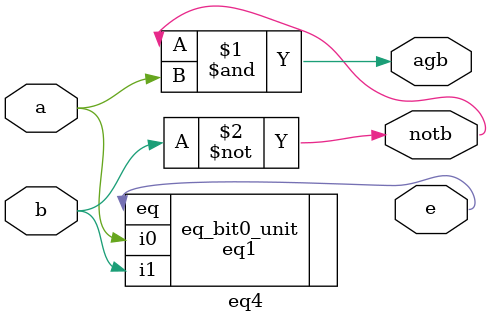
<source format=v>
module eq4
   ( 
   //a>b --> A3B3+E3A2B2'+E3E2A1B1'+E3E2E1A0B0

    input  wire a, b,			// a adn b are the two 2-bit numbers to compare
    output wire agb,notb,e);
    
    not(notb,b);
    and(agb,notb,a);    

      eq1 eq_bit0_unit (.i0(a), .i1(b), .eq(e));

endmodule
</source>
